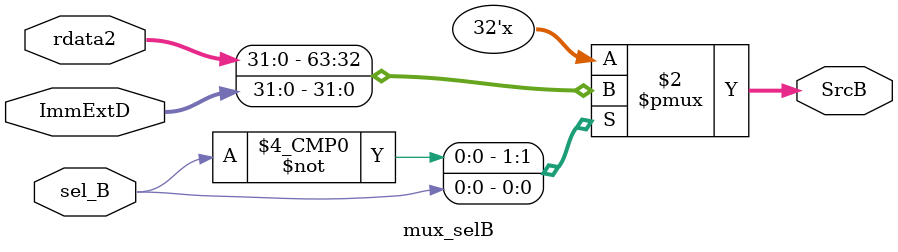
<source format=sv>

module mux_selB (
    input logic         sel_B, 
    input logic  [31:0] ImmExtD,rdata2,
    output logic [31:0] SrcB
);

always_comb begin 
    case (sel_B)
       1'b0 : SrcB = rdata2;
       1'b1 : SrcB = ImmExtD;
    endcase
    
end
    
endmodule
</source>
